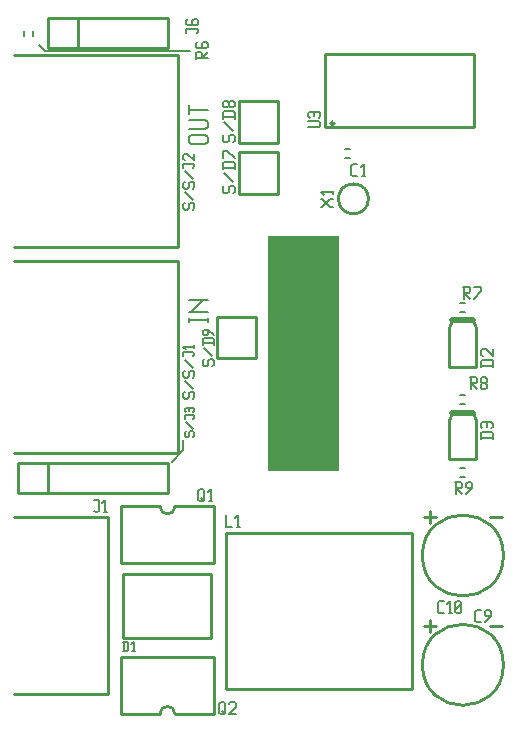
<source format=gbr>
G04 start of page 8 for group -4079 idx -4079 *
G04 Title: (unknown), topsilk *
G04 Creator: pcb 20110918 *
G04 CreationDate: Thu 16 Aug 2012 15:00:27 GMT UTC *
G04 For: rob *
G04 Format: Gerber/RS-274X *
G04 PCB-Dimensions: 165354 236220 *
G04 PCB-Coordinate-Origin: lower left *
%MOIN*%
%FSLAX25Y25*%
%LNTOPSILK*%
%ADD108C,0.0200*%
%ADD107C,0.0098*%
%ADD106C,0.0100*%
%ADD105C,0.0079*%
%ADD104C,0.0001*%
G54D104*G36*
X85674Y83343D02*Y161550D01*
X109254D01*
Y83343D01*
X85674D01*
G37*
G54D105*X57480Y90158D02*X53543Y86221D01*
X57480Y93701D02*Y90158D01*
X59843Y223228D02*X11417D01*
X9449Y225196D01*
X59331Y134421D02*Y132861D01*
Y133641D02*X65571D01*
Y134421D02*Y132861D01*
X59331Y136293D02*X65571D01*
X59331D02*X60111D01*
X64011Y140193D01*
X59331D02*X65571D01*
X60111Y192204D02*X64791D01*
X60111D02*X59331Y192984D01*
Y194544D02*Y192984D01*
Y194544D02*X60111Y195324D01*
X64791D01*
X65571Y194544D02*X64791Y195324D01*
X65571Y194544D02*Y192984D01*
X64791Y192204D02*X65571Y192984D01*
X59331Y197196D02*X64791D01*
X65571Y197976D01*
Y199536D02*Y197976D01*
Y199536D02*X64791Y200316D01*
X59331D02*X64791D01*
X59331Y205308D02*Y202188D01*
Y203748D02*X65571D01*
G54D106*X984Y8857D02*X32480D01*
X984Y67913D02*X32480D01*
Y8857D01*
X36665Y71507D02*Y52507D01*
X67665D01*
Y71507D01*
X36665D02*X49665D01*
X67665D02*X54665D01*
X49665D02*G75*G03X54665Y71507I2500J0D01*G01*
G54D107*X37402Y49015D02*Y27755D01*
X66536D01*
Y49015D02*Y27755D01*
X37402Y49015D02*X66536D01*
G54D106*X67665Y21311D02*Y2311D01*
X36665Y21311D02*X67665D01*
X36665D02*Y2311D01*
X54665D02*X67665D01*
X36665D02*X49665D01*
X54665D02*G75*G03X49665Y2311I-2500J0D01*G01*
X2403Y86102D02*X12403D01*
Y76102D01*
X2403Y86102D02*Y76102D01*
Y86102D02*X52403D01*
Y76102D01*
X2403D02*X52403D01*
X12323Y224133D02*X52323D01*
Y234133D02*Y224133D01*
X12323Y234133D02*X52323D01*
X12323D02*Y224133D01*
X22323Y234133D02*Y224133D01*
X12323Y234133D02*X22323D01*
G54D105*X7414Y228346D02*Y229920D01*
X4398Y228346D02*Y229920D01*
G54D106*X973Y222098D02*X55748D01*
Y158098D02*Y222098D01*
X973Y158098D02*X55748D01*
G54D108*X147091Y102787D02*X154091D01*
G54D106*X147091D02*X146091Y100287D01*
Y87187D01*
X155091D01*
Y100287D02*Y87187D01*
Y100287D02*X154091Y102787D01*
G54D108*X147091Y133536D02*X154091D01*
G54D106*X147091D02*X146091Y131036D01*
Y117936D01*
X155091D01*
Y131036D02*Y117936D01*
Y131036D02*X154091Y133536D01*
G54D105*X149804Y105775D02*X151378D01*
X149804Y108791D02*X151378D01*
X149804Y84185D02*X151378D01*
X149804Y81169D02*X151378D01*
X149804Y136287D02*X151378D01*
X149804Y139303D02*X151378D01*
G54D106*X973Y153201D02*X55748D01*
Y89201D02*Y153201D01*
X973Y89201D02*X55748D01*
X81633Y134790D02*Y120890D01*
X68833Y134790D02*X81633D01*
X68833D02*Y120890D01*
X81633D01*
G54D107*X71615Y10551D02*X133819D01*
Y62519D01*
X71615D01*
Y10551D01*
G54D106*X137669Y31700D02*X141669D01*
X139669Y33700D02*Y29700D01*
X159669Y31700D02*X163669D01*
X137169Y18700D02*G75*G03X137169Y18700I13500J0D01*G01*
X137669Y68118D02*X141669D01*
X139669Y70118D02*Y66118D01*
X159669Y68118D02*X163669D01*
X137169Y55118D02*G75*G03X137169Y55118I13500J0D01*G01*
X88880Y206572D02*Y192672D01*
X76080Y206572D02*X88880D01*
X76080D02*Y192672D01*
X88880D01*
X76080Y189611D02*Y175711D01*
X88880D01*
Y189611D01*
X76080D01*
X114173Y169015D02*G75*G03X114173Y169015I0J5000D01*G01*
G54D105*X111382Y187468D02*X112956D01*
X111382Y190484D02*X112956D01*
G54D106*X104765Y222323D02*Y197913D01*
X154371D01*
Y222323D02*Y197913D01*
X104765Y222323D02*X154371D01*
X107245Y198524D02*G75*G03X107245Y198524I0J610D01*G01*
G54D105*X99072Y197913D02*X102572D01*
X103072Y198413D01*
Y199413D02*Y198413D01*
Y199413D02*X102572Y199913D01*
X99072D02*X102572D01*
X99572Y201113D02*X99072Y201613D01*
Y202613D02*Y201613D01*
Y202613D02*X99572Y203113D01*
X102572D01*
X103072Y202613D02*X102572Y203113D01*
X103072Y202613D02*Y201613D01*
X102572Y201113D02*X103072Y201613D01*
X101072Y203113D02*Y201613D01*
X58505Y230752D02*Y229252D01*
Y230752D02*X62005D01*
X62505Y230252D02*X62005Y230752D01*
X62505Y230252D02*Y229752D01*
X62005Y229252D02*X62505Y229752D01*
X58505Y233452D02*X59005Y233952D01*
X58505Y233452D02*Y232452D01*
X59005Y231952D02*X58505Y232452D01*
X59005Y231952D02*X62005D01*
X62505Y232452D01*
X60505Y233452D02*X61005Y233952D01*
X60505Y233452D02*Y231952D01*
X62505Y233452D02*Y232452D01*
Y233452D02*X62005Y233952D01*
X61005D02*X62005D01*
X61629Y222471D02*Y220471D01*
Y222471D02*X62129Y222971D01*
X63129D01*
X63629Y222471D02*X63129Y222971D01*
X63629Y222471D02*Y220971D01*
X61629D02*X65629D01*
X63629D02*X65629Y222971D01*
X61629Y225671D02*X62129Y226171D01*
X61629Y225671D02*Y224671D01*
X62129Y224171D02*X61629Y224671D01*
X62129Y224171D02*X65129D01*
X65629Y224671D01*
X63629Y225671D02*X64129Y226171D01*
X63629Y225671D02*Y224171D01*
X65629Y225671D02*Y224671D01*
Y225671D02*X65129Y226171D01*
X64129D02*X65129D01*
X70552Y194869D02*X71052Y195369D01*
X70552Y194869D02*Y193369D01*
X71052Y192869D02*X70552Y193369D01*
X71052Y192869D02*X72052D01*
X72552Y193369D01*
Y194869D02*Y193369D01*
Y194869D02*X73052Y195369D01*
X74052D01*
X74552Y194869D02*X74052Y195369D01*
X74552Y194869D02*Y193369D01*
X74052Y192869D02*X74552Y193369D01*
X74052Y196569D02*X71052Y199569D01*
X70552Y201269D02*X74552D01*
X70552Y202769D02*X71052Y203269D01*
X74052D01*
X74552Y202769D02*X74052Y203269D01*
X74552Y202769D02*Y200769D01*
X70552Y202769D02*Y200769D01*
X74052Y204469D02*X74552Y204969D01*
X73052Y204469D02*X74052D01*
X73052D02*X72552Y204969D01*
Y205969D02*Y204969D01*
Y205969D02*X73052Y206469D01*
X74052D01*
X74552Y205969D02*X74052Y206469D01*
X74552Y205969D02*Y204969D01*
X72052Y204469D02*X72552Y204969D01*
X71052Y204469D02*X72052D01*
X71052D02*X70552Y204969D01*
Y205969D02*Y204969D01*
Y205969D02*X71052Y206469D01*
X72052D01*
X72552Y205969D02*X72052Y206469D01*
X113922Y181615D02*X115422D01*
X113422Y182115D02*X113922Y181615D01*
X113422Y185115D02*Y182115D01*
Y185115D02*X113922Y185615D01*
X115422D01*
X117122Y181615D02*X118122D01*
X117622Y185615D02*Y181615D01*
X116622Y184615D02*X117622Y185615D01*
X103362Y171459D02*X103862D01*
X106362Y173959D01*
X107362D01*
X106362Y171459D02*X107362D01*
X106362D02*X103862Y173959D01*
X103362D02*X103862D01*
X107362Y176659D02*Y175659D01*
X103362Y176159D02*X107362D01*
X104362Y175159D02*X103362Y176159D01*
X150590Y144668D02*X152590D01*
X153090Y144168D01*
Y143168D01*
X152590Y142668D02*X153090Y143168D01*
X151090Y142668D02*X152590D01*
X151090Y144668D02*Y140668D01*
Y142668D02*X153090Y140668D01*
X154290D02*X156790Y143168D01*
Y144668D02*Y143168D01*
X154290Y144668D02*X156790D01*
X70553Y177939D02*X71053Y178439D01*
X70553Y177939D02*Y176439D01*
X71053Y175939D02*X70553Y176439D01*
X71053Y175939D02*X72053D01*
X72553Y176439D01*
Y177939D02*Y176439D01*
Y177939D02*X73053Y178439D01*
X74053D01*
X74553Y177939D02*X74053Y178439D01*
X74553Y177939D02*Y176439D01*
X74053Y175939D02*X74553Y176439D01*
X74053Y179639D02*X71053Y182639D01*
X70553Y184339D02*X74553D01*
X70553Y185839D02*X71053Y186339D01*
X74053D01*
X74553Y185839D02*X74053Y186339D01*
X74553Y185839D02*Y183839D01*
X70553Y185839D02*Y183839D01*
X74553Y187539D02*X72053Y190039D01*
X70553D02*X72053D01*
X70553D02*Y187539D01*
X57465Y172174D02*X57910Y172619D01*
X57465Y172174D02*Y170839D01*
X57910Y170394D02*X57465Y170839D01*
X57910Y170394D02*X58800D01*
X59245Y170839D01*
Y172174D02*Y170839D01*
Y172174D02*X59690Y172619D01*
X60580D01*
X61025Y172174D02*X60580Y172619D01*
X61025Y172174D02*Y170839D01*
X60580Y170394D02*X61025Y170839D01*
X60580Y173687D02*X57910Y176357D01*
X57465Y179205D02*X57910Y179650D01*
X57465Y179205D02*Y177870D01*
X57910Y177425D02*X57465Y177870D01*
X57910Y177425D02*X58800D01*
X59245Y177870D01*
Y179205D02*Y177870D01*
Y179205D02*X59690Y179650D01*
X60580D01*
X61025Y179205D02*X60580Y179650D01*
X61025Y179205D02*Y177870D01*
X60580Y177425D02*X61025Y177870D01*
X60580Y180718D02*X57910Y183388D01*
X57465Y185791D02*Y184456D01*
Y185791D02*X60580D01*
X61025Y185346D02*X60580Y185791D01*
X61025Y185346D02*Y184901D01*
X60580Y184456D02*X61025Y184901D01*
X57910Y186859D02*X57465Y187304D01*
Y188639D02*Y187304D01*
Y188639D02*X57910Y189084D01*
X58800D01*
X61025Y186859D02*X58800Y189084D01*
X61025D02*Y186859D01*
X57466Y109180D02*X57911Y109625D01*
X57466Y109180D02*Y107845D01*
X57911Y107400D02*X57466Y107845D01*
X57911Y107400D02*X58801D01*
X59246Y107845D01*
Y109180D02*Y107845D01*
Y109180D02*X59691Y109625D01*
X60581D01*
X61026Y109180D02*X60581Y109625D01*
X61026Y109180D02*Y107845D01*
X60581Y107400D02*X61026Y107845D01*
X60581Y110693D02*X57911Y113363D01*
X57466Y116211D02*X57911Y116656D01*
X57466Y116211D02*Y114876D01*
X57911Y114431D02*X57466Y114876D01*
X57911Y114431D02*X58801D01*
X59246Y114876D01*
Y116211D02*Y114876D01*
Y116211D02*X59691Y116656D01*
X60581D01*
X61026Y116211D02*X60581Y116656D01*
X61026Y116211D02*Y114876D01*
X60581Y114431D02*X61026Y114876D01*
X60581Y117724D02*X57911Y120394D01*
X57466Y122797D02*Y121462D01*
Y122797D02*X60581D01*
X61026Y122352D02*X60581Y122797D01*
X61026Y122352D02*Y121907D01*
X60581Y121462D02*X61026Y121907D01*
Y125200D02*Y124310D01*
X57466Y124755D02*X61026D01*
X58356Y123865D02*X57466Y124755D01*
X57890Y96089D02*X58280Y96479D01*
X57890Y96089D02*Y94919D01*
X58280Y94529D02*X57890Y94919D01*
X58280Y94529D02*X59060D01*
X59450Y94919D01*
Y96089D02*Y94919D01*
Y96089D02*X59840Y96479D01*
X60620D01*
X61010Y96089D02*X60620Y96479D01*
X61010Y96089D02*Y94919D01*
X60620Y94529D02*X61010Y94919D01*
X60620Y97415D02*X58280Y99755D01*
X57890Y101861D02*Y100691D01*
Y101861D02*X60620D01*
X61010Y101471D02*X60620Y101861D01*
X61010Y101471D02*Y101081D01*
X60620Y100691D02*X61010Y101081D01*
X58280Y102797D02*X57890Y103187D01*
Y103967D02*Y103187D01*
Y103967D02*X58280Y104357D01*
X60620D01*
X61010Y103967D02*X60620Y104357D01*
X61010Y103967D02*Y103187D01*
X60620Y102797D02*X61010Y103187D01*
X59450Y104357D02*Y103187D01*
X63983Y120111D02*X64428Y120556D01*
X63983Y120111D02*Y118776D01*
X64428Y118331D02*X63983Y118776D01*
X64428Y118331D02*X65318D01*
X65763Y118776D01*
Y120111D02*Y118776D01*
Y120111D02*X66208Y120556D01*
X67098D01*
X67543Y120111D02*X67098Y120556D01*
X67543Y120111D02*Y118776D01*
X67098Y118331D02*X67543Y118776D01*
X67098Y121624D02*X64428Y124294D01*
X63983Y125807D02*X67543D01*
X63983Y127142D02*X64428Y127587D01*
X67098D01*
X67543Y127142D02*X67098Y127587D01*
X67543Y127142D02*Y125362D01*
X63983Y127142D02*Y125362D01*
X67543Y128655D02*X65763Y130435D01*
X64428D02*X65763D01*
X63983Y129990D02*X64428Y130435D01*
X63983Y129990D02*Y129100D01*
X64428Y128655D02*X63983Y129100D01*
X64428Y128655D02*X65318D01*
X65763Y129100D01*
Y130435D02*Y129100D01*
X156660Y94396D02*X160660D01*
X156660Y95896D02*X157160Y96396D01*
X160160D01*
X160660Y95896D02*X160160Y96396D01*
X160660Y95896D02*Y93896D01*
X156660Y95896D02*Y93896D01*
X157160Y97596D02*X156660Y98096D01*
Y99096D02*Y98096D01*
Y99096D02*X157160Y99596D01*
X160160D01*
X160660Y99096D02*X160160Y99596D01*
X160660Y99096D02*Y98096D01*
X160160Y97596D02*X160660Y98096D01*
X158660Y99596D02*Y98096D01*
X148030Y79512D02*X150030D01*
X150530Y79012D01*
Y78012D01*
X150030Y77512D02*X150530Y78012D01*
X148530Y77512D02*X150030D01*
X148530Y79512D02*Y75512D01*
Y77512D02*X150530Y75512D01*
X151730D02*X153730Y77512D01*
Y79012D02*Y77512D01*
X153230Y79512D02*X153730Y79012D01*
X152230Y79512D02*X153230D01*
X151730Y79012D02*X152230Y79512D01*
X151730Y79012D02*Y78012D01*
X152230Y77512D01*
X153730D01*
X156700Y118412D02*X160700D01*
X156700Y119912D02*X157200Y120412D01*
X160200D01*
X160700Y119912D02*X160200Y120412D01*
X160700Y119912D02*Y117912D01*
X156700Y119912D02*Y117912D01*
X157200Y121612D02*X156700Y122112D01*
Y123612D02*Y122112D01*
Y123612D02*X157200Y124112D01*
X158200D01*
X160700Y121612D02*X158200Y124112D01*
X160700D02*Y121612D01*
X152953Y114548D02*X154953D01*
X155453Y114048D01*
Y113048D01*
X154953Y112548D02*X155453Y113048D01*
X153453Y112548D02*X154953D01*
X153453Y114548D02*Y110548D01*
Y112548D02*X155453Y110548D01*
X156653Y111048D02*X157153Y110548D01*
X156653Y112048D02*Y111048D01*
Y112048D02*X157153Y112548D01*
X158153D01*
X158653Y112048D01*
Y111048D01*
X158153Y110548D02*X158653Y111048D01*
X157153Y110548D02*X158153D01*
X156653Y113048D02*X157153Y112548D01*
X156653Y114048D02*Y113048D01*
Y114048D02*X157153Y114548D01*
X158153D01*
X158653Y114048D01*
Y113048D01*
X158153Y112548D02*X158653Y113048D01*
X155303Y32912D02*X156803D01*
X154803Y33412D02*X155303Y32912D01*
X154803Y36412D02*Y33412D01*
Y36412D02*X155303Y36912D01*
X156803D01*
X158003Y32912D02*X160003Y34912D01*
Y36412D02*Y34912D01*
X159503Y36912D02*X160003Y36412D01*
X158503Y36912D02*X159503D01*
X158003Y36412D02*X158503Y36912D01*
X158003Y36412D02*Y35412D01*
X158503Y34912D01*
X160003D01*
X142705Y35867D02*X144205D01*
X142205Y36367D02*X142705Y35867D01*
X142205Y39367D02*Y36367D01*
Y39367D02*X142705Y39867D01*
X144205D01*
X145905Y35867D02*X146905D01*
X146405Y39867D02*Y35867D01*
X145405Y38867D02*X146405Y39867D01*
X148105Y36367D02*X148605Y35867D01*
X148105Y39367D02*Y36367D01*
Y39367D02*X148605Y39867D01*
X149605D01*
X150105Y39367D01*
Y36367D01*
X149605Y35867D02*X150105Y36367D01*
X148605Y35867D02*X149605D01*
X148105Y36867D02*X150105Y38867D01*
X27756Y73605D02*X29256D01*
Y70105D01*
X28756Y69605D02*X29256Y70105D01*
X28256Y69605D02*X28756D01*
X27756Y70105D02*X28256Y69605D01*
X30956D02*X31956D01*
X31456Y73605D02*Y69605D01*
X30456Y72605D02*X31456Y73605D01*
X71615Y68606D02*Y64606D01*
X73615D01*
X75315D02*X76315D01*
X75815Y68606D02*Y64606D01*
X74815Y67606D02*X75815Y68606D01*
X62370Y76743D02*Y73743D01*
Y76743D02*X62870Y77243D01*
X63870D01*
X64370Y76743D01*
Y73743D01*
X63870Y73243D02*X64370Y73743D01*
X62870Y73243D02*X63870D01*
X62370Y73743D02*X62870Y73243D01*
X63370Y74243D02*X64370Y73243D01*
X66070D02*X67070D01*
X66570Y77243D02*Y73243D01*
X65570Y76243D02*X66570Y77243D01*
X37596Y26386D02*Y23266D01*
X38766Y26386D02*X39156Y25996D01*
Y23656D01*
X38766Y23266D02*X39156Y23656D01*
X37206Y23266D02*X38766D01*
X37206Y26386D02*X38766D01*
X40482Y23266D02*X41262D01*
X40872Y26386D02*Y23266D01*
X40092Y25606D02*X40872Y26386D01*
X69457Y5680D02*Y2680D01*
Y5680D02*X69957Y6180D01*
X70957D01*
X71457Y5680D01*
Y2680D01*
X70957Y2180D02*X71457Y2680D01*
X69957Y2180D02*X70957D01*
X69457Y2680D02*X69957Y2180D01*
X70457Y3180D02*X71457Y2180D01*
X72657Y5680D02*X73157Y6180D01*
X74657D01*
X75157Y5680D01*
Y4680D01*
X72657Y2180D02*X75157Y4680D01*
X72657Y2180D02*X75157D01*
M02*

</source>
